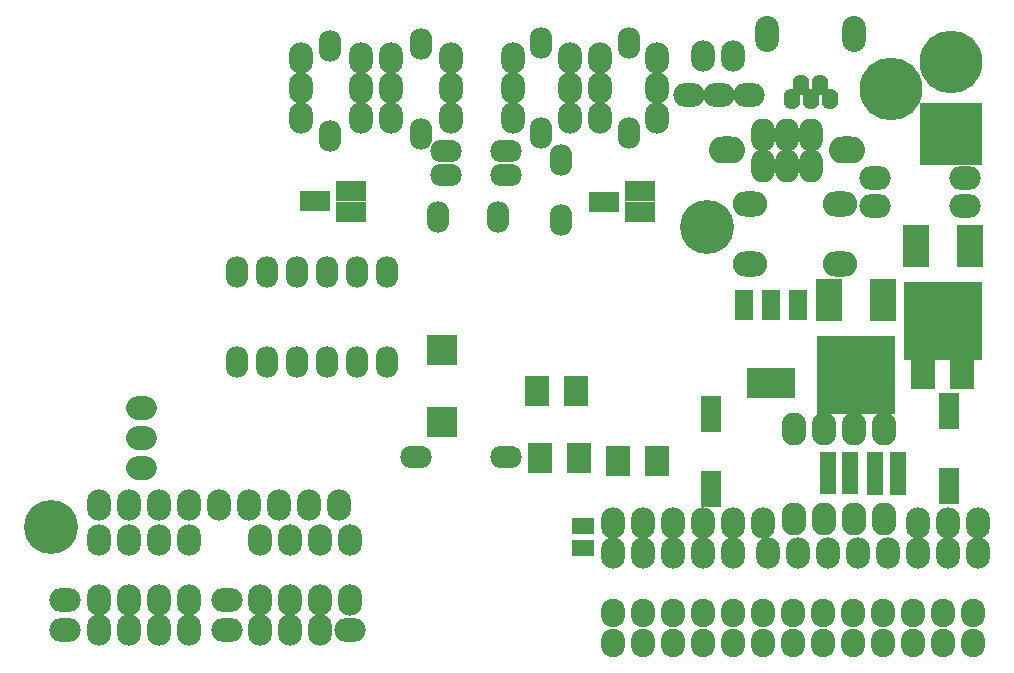
<source format=gbs>
G04 (created by PCBNEW-RS274X (2012-01-19 BZR 3256)-stable) date 14/12/2555 14:56:42*
G01*
G70*
G90*
%MOIN*%
G04 Gerber Fmt 3.4, Leading zero omitted, Abs format*
%FSLAX34Y34*%
G04 APERTURE LIST*
%ADD10C,0.006000*%
%ADD11O,0.080000X0.105000*%
%ADD12C,0.209000*%
%ADD13R,0.209000X0.209000*%
%ADD14O,0.075000X0.105000*%
%ADD15O,0.105000X0.080000*%
%ADD16O,0.115000X0.084000*%
%ADD17O,0.080000X0.110000*%
%ADD18O,0.120000X0.090000*%
%ADD19O,0.079100X0.120000*%
%ADD20O,0.055400X0.070000*%
%ADD21O,0.105000X0.075000*%
%ADD22R,0.164000X0.100000*%
%ADD23R,0.060000X0.100000*%
%ADD24C,0.080000*%
%ADD25R,0.098700X0.098700*%
%ADD26O,0.080000X0.095000*%
%ADD27R,0.100000X0.065000*%
%ADD28C,0.180000*%
%ADD29O,0.082000X0.110000*%
%ADD30R,0.080000X0.100000*%
%ADD31R,0.055000X0.075000*%
%ADD32R,0.075000X0.055000*%
%ADD33R,0.067200X0.118400*%
%ADD34R,0.085000X0.140000*%
%ADD35R,0.260000X0.260000*%
G04 APERTURE END LIST*
G54D10*
G54D11*
X68100Y-46186D03*
X67100Y-46186D03*
X66100Y-46186D03*
X65100Y-46186D03*
G54D12*
X71218Y-29796D03*
G54D13*
X71218Y-32196D03*
G54D12*
X69218Y-30696D03*
G54D14*
X54113Y-34965D03*
X56113Y-34965D03*
G54D15*
X41678Y-48737D03*
X41678Y-47737D03*
G54D16*
X67501Y-34540D03*
X67501Y-36540D03*
X64501Y-34540D03*
X64501Y-36540D03*
G54D17*
X66549Y-32246D03*
X66549Y-33266D03*
X65749Y-32246D03*
X65749Y-33266D03*
X64949Y-32246D03*
X64949Y-33266D03*
G54D18*
X63749Y-32756D03*
X67749Y-32756D03*
G54D11*
X48186Y-45737D03*
X49186Y-45737D03*
X50186Y-45737D03*
X51186Y-45737D03*
G54D15*
X47064Y-48745D03*
X47064Y-47745D03*
G54D19*
X65083Y-28867D03*
X67996Y-28867D03*
G54D20*
X66854Y-30580D03*
X66224Y-30580D03*
X66539Y-31052D03*
X65909Y-31052D03*
X67169Y-31052D03*
G54D15*
X71678Y-33682D03*
X68678Y-33682D03*
G54D21*
X54365Y-33565D03*
X56365Y-33565D03*
G54D15*
X68666Y-34599D03*
X71666Y-34599D03*
G54D11*
X59521Y-29693D03*
X59521Y-30693D03*
X59521Y-31693D03*
X58521Y-29693D03*
X58521Y-30693D03*
X58521Y-31693D03*
G54D15*
X64470Y-30910D03*
X63470Y-30910D03*
X62470Y-30910D03*
G54D21*
X56385Y-42985D03*
X53385Y-42985D03*
G54D11*
X63960Y-29600D03*
X62960Y-29600D03*
G54D14*
X52423Y-36816D03*
X47423Y-36816D03*
X47423Y-39808D03*
X52423Y-39808D03*
X51423Y-39808D03*
X50423Y-39808D03*
X49423Y-39808D03*
X48423Y-39808D03*
X51423Y-36816D03*
X50423Y-36816D03*
X49423Y-36816D03*
X48423Y-36816D03*
G54D22*
X65214Y-40521D03*
G54D23*
X65214Y-37921D03*
X66114Y-37921D03*
X64314Y-37921D03*
G54D11*
X42804Y-44564D03*
X43804Y-44564D03*
X44804Y-44564D03*
X45804Y-44564D03*
X46804Y-44564D03*
X47804Y-44564D03*
X48804Y-44564D03*
X49804Y-44564D03*
X50804Y-44564D03*
X49533Y-31693D03*
X49533Y-30693D03*
X49533Y-29693D03*
X54540Y-31690D03*
X54540Y-30690D03*
X54540Y-29690D03*
X56603Y-31682D03*
X56603Y-30682D03*
X56603Y-29682D03*
X61422Y-31686D03*
X61422Y-30686D03*
X61422Y-29686D03*
G54D24*
X44112Y-41361D02*
X44362Y-41361D01*
X44112Y-42361D02*
X44362Y-42361D01*
X44112Y-43361D02*
X44362Y-43361D01*
G54D25*
X54238Y-39407D03*
X54238Y-41807D03*
G54D14*
X58217Y-33068D03*
X58217Y-35068D03*
G54D21*
X54376Y-32767D03*
X56376Y-32767D03*
G54D11*
X52537Y-29693D03*
X52537Y-30693D03*
X52537Y-31693D03*
X51537Y-29690D03*
X51537Y-30690D03*
X51537Y-31690D03*
X59962Y-45186D03*
X60962Y-45186D03*
X61962Y-45186D03*
X62962Y-45186D03*
X63962Y-45186D03*
X64962Y-45186D03*
X59962Y-46186D03*
X60962Y-46186D03*
X61962Y-46186D03*
X62962Y-46186D03*
X63962Y-46186D03*
X51186Y-47737D03*
G54D15*
X51186Y-48737D03*
G54D11*
X50186Y-47737D03*
X50186Y-48737D03*
X49186Y-47737D03*
X49186Y-48737D03*
X48186Y-47737D03*
X48186Y-48737D03*
X42800Y-45737D03*
X43800Y-45737D03*
X44800Y-45737D03*
X45800Y-45737D03*
X45800Y-47737D03*
X45800Y-48737D03*
X44800Y-47737D03*
X44800Y-48737D03*
X43800Y-47737D03*
X43800Y-48737D03*
X42800Y-47737D03*
X42800Y-48737D03*
G54D26*
X59949Y-49169D03*
X60949Y-49169D03*
X60949Y-48169D03*
X61949Y-49169D03*
X61949Y-48169D03*
X62949Y-48169D03*
X63949Y-49169D03*
X63949Y-48169D03*
X64949Y-49169D03*
X64949Y-48169D03*
X65949Y-48169D03*
X66949Y-49169D03*
X66949Y-48169D03*
X68949Y-48169D03*
X69949Y-48169D03*
X70949Y-48169D03*
X71949Y-48169D03*
X71949Y-48169D03*
X71949Y-49169D03*
X70949Y-48169D03*
X70949Y-49169D03*
X69949Y-48169D03*
X69949Y-49169D03*
X68949Y-48169D03*
X68949Y-49169D03*
X67949Y-48169D03*
X67949Y-49169D03*
X66949Y-48169D03*
X66949Y-49169D03*
X65949Y-48169D03*
X65949Y-49169D03*
X64949Y-48169D03*
X64949Y-49169D03*
X63949Y-48169D03*
X63949Y-49169D03*
X62949Y-48169D03*
X62949Y-49169D03*
X61949Y-48169D03*
X61949Y-49169D03*
X60949Y-48169D03*
X60949Y-49169D03*
X59949Y-48169D03*
X59949Y-49169D03*
G54D27*
X60837Y-34827D03*
X60837Y-34127D03*
X59637Y-34477D03*
X51219Y-34807D03*
X51219Y-34107D03*
X50019Y-34457D03*
G54D28*
X63068Y-35308D03*
X41218Y-45308D03*
G54D29*
X65974Y-45056D03*
X66974Y-45056D03*
X67974Y-45056D03*
X68974Y-45056D03*
X68974Y-42056D03*
X67974Y-42056D03*
X66974Y-42056D03*
X65974Y-42056D03*
G54D14*
X60470Y-32182D03*
X60470Y-29182D03*
X57552Y-32170D03*
X57552Y-29170D03*
X53544Y-32217D03*
X53544Y-29217D03*
X50509Y-32268D03*
X50509Y-29268D03*
G54D30*
X57522Y-43008D03*
X58822Y-43008D03*
X57401Y-40777D03*
X58701Y-40777D03*
X60112Y-43113D03*
X61412Y-43113D03*
X71592Y-40225D03*
X70292Y-40225D03*
G54D31*
X68694Y-43863D03*
X69444Y-43863D03*
X68693Y-43170D03*
X69443Y-43170D03*
G54D32*
X58954Y-45267D03*
X58954Y-46017D03*
G54D11*
X72100Y-45186D03*
X71100Y-45186D03*
X70100Y-45186D03*
G54D33*
X71151Y-41459D03*
X71151Y-43959D03*
X63206Y-44038D03*
X63206Y-41538D03*
G54D34*
X67144Y-37749D03*
G54D35*
X68044Y-40249D03*
G54D34*
X68944Y-37749D03*
X70038Y-35949D03*
G54D35*
X70938Y-38449D03*
G54D34*
X71838Y-35949D03*
G54D11*
X72097Y-46191D03*
X71097Y-46191D03*
X70097Y-46191D03*
X69097Y-46191D03*
G54D31*
X67107Y-43173D03*
X67857Y-43173D03*
X67107Y-43860D03*
X67857Y-43860D03*
M02*

</source>
